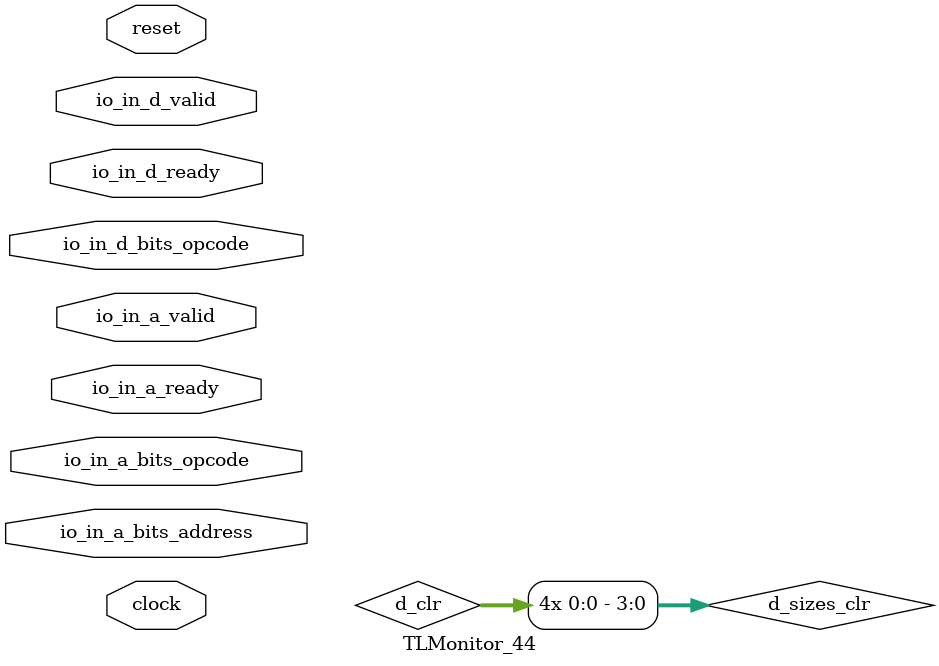
<source format=sv>

`ifndef STOP_COND_
  `ifdef STOP_COND
    `define STOP_COND_ (`STOP_COND)
  `else  // STOP_COND
    `define STOP_COND_ 1
  `endif // STOP_COND
`endif // not def STOP_COND_

// Users can define 'ASSERT_VERBOSE_COND' to add an extra gate to assert error printing.
`ifndef ASSERT_VERBOSE_COND_
  `ifdef ASSERT_VERBOSE_COND
    `define ASSERT_VERBOSE_COND_ (`ASSERT_VERBOSE_COND)
  `else  // ASSERT_VERBOSE_COND
    `define ASSERT_VERBOSE_COND_ 1
  `endif // ASSERT_VERBOSE_COND
`endif // not def ASSERT_VERBOSE_COND_

// Include register initializers in init blocks unless synthesis is set
`ifndef RANDOMIZE
  `ifdef RANDOMIZE_REG_INIT
    `define RANDOMIZE
  `endif // RANDOMIZE_REG_INIT
`endif // not def RANDOMIZE
`ifndef SYNTHESIS
  `ifndef ENABLE_INITIAL_REG_
    `define ENABLE_INITIAL_REG_
  `endif // not def ENABLE_INITIAL_REG_
`endif // not def SYNTHESIS

// Standard header to adapt well known macros for register randomization.

// RANDOM may be set to an expression that produces a 32-bit random unsigned value.
`ifndef RANDOM
  `define RANDOM $random
`endif // not def RANDOM

// Users can define INIT_RANDOM as general code that gets injected into the
// initializer block for modules with registers.
`ifndef INIT_RANDOM
  `define INIT_RANDOM
`endif // not def INIT_RANDOM

// If using random initialization, you can also define RANDOMIZE_DELAY to
// customize the delay used, otherwise 0.002 is used.
`ifndef RANDOMIZE_DELAY
  `define RANDOMIZE_DELAY 0.002
`endif // not def RANDOMIZE_DELAY

// Define INIT_RANDOM_PROLOG_ for use in our modules below.
`ifndef INIT_RANDOM_PROLOG_
  `ifdef RANDOMIZE
    `ifdef VERILATOR
      `define INIT_RANDOM_PROLOG_ `INIT_RANDOM
    `else  // VERILATOR
      `define INIT_RANDOM_PROLOG_ `INIT_RANDOM #`RANDOMIZE_DELAY begin end
    `endif // VERILATOR
  `else  // RANDOMIZE
    `define INIT_RANDOM_PROLOG_
  `endif // RANDOMIZE
`endif // not def INIT_RANDOM_PROLOG_
module TLMonitor_44(	// @[generators/rocket-chip/src/main/scala/tilelink/Monitor.scala:36:7]
  input       clock,	// @[generators/rocket-chip/src/main/scala/tilelink/Monitor.scala:36:7]
  input       reset,	// @[generators/rocket-chip/src/main/scala/tilelink/Monitor.scala:36:7]
  input       io_in_a_ready,	// @[generators/rocket-chip/src/main/scala/tilelink/Monitor.scala:20:14]
  input       io_in_a_valid,	// @[generators/rocket-chip/src/main/scala/tilelink/Monitor.scala:20:14]
  input [2:0] io_in_a_bits_opcode,	// @[generators/rocket-chip/src/main/scala/tilelink/Monitor.scala:20:14]
  input [6:0] io_in_a_bits_address,	// @[generators/rocket-chip/src/main/scala/tilelink/Monitor.scala:20:14]
  input       io_in_d_ready,	// @[generators/rocket-chip/src/main/scala/tilelink/Monitor.scala:20:14]
  input       io_in_d_valid,	// @[generators/rocket-chip/src/main/scala/tilelink/Monitor.scala:20:14]
  input [2:0] io_in_d_bits_opcode	// @[generators/rocket-chip/src/main/scala/tilelink/Monitor.scala:20:14]
);

  wire [31:0] _plusarg_reader_1_out;	// @[generators/rocket-chip/src/main/scala/util/PlusArg.scala:80:11]
  wire [31:0] _plusarg_reader_out;	// @[generators/rocket-chip/src/main/scala/util/PlusArg.scala:80:11]
  wire        a_first_done = io_in_a_ready & io_in_a_valid;	// @[src/main/scala/chisel3/util/Decoupled.scala:51:35]
  reg         a_first_counter;	// @[generators/rocket-chip/src/main/scala/tilelink/Edges.scala:229:27]
  reg  [2:0]  opcode;	// @[generators/rocket-chip/src/main/scala/tilelink/Monitor.scala:387:22]
  reg  [6:0]  address;	// @[generators/rocket-chip/src/main/scala/tilelink/Monitor.scala:391:22]
  reg         d_first_counter;	// @[generators/rocket-chip/src/main/scala/tilelink/Edges.scala:229:27]
  reg  [2:0]  opcode_1;	// @[generators/rocket-chip/src/main/scala/tilelink/Monitor.scala:538:22]
  reg  [1:0]  inflight;	// @[generators/rocket-chip/src/main/scala/tilelink/Monitor.scala:614:27]
  reg  [3:0]  inflight_opcodes;	// @[generators/rocket-chip/src/main/scala/tilelink/Monitor.scala:616:35]
  reg  [3:0]  inflight_sizes;	// @[generators/rocket-chip/src/main/scala/tilelink/Monitor.scala:618:33]
  reg         a_first_counter_1;	// @[generators/rocket-chip/src/main/scala/tilelink/Edges.scala:229:27]
  reg         d_first_counter_1;	// @[generators/rocket-chip/src/main/scala/tilelink/Edges.scala:229:27]
  wire        a_set = a_first_done & ~a_first_counter_1;	// @[generators/rocket-chip/src/main/scala/tilelink/Edges.scala:229:27, :231:25, generators/rocket-chip/src/main/scala/tilelink/Monitor.scala:655:25, src/main/scala/chisel3/util/Decoupled.scala:51:35]
  wire        d_release_ack = io_in_d_bits_opcode == 3'h6;	// @[generators/rocket-chip/src/main/scala/tilelink/Monitor.scala:673:46]
  wire        _GEN = io_in_d_bits_opcode != 3'h6;	// @[generators/rocket-chip/src/main/scala/tilelink/Monitor.scala:673:46, :674:74]
  reg  [31:0] watchdog;	// @[generators/rocket-chip/src/main/scala/tilelink/Monitor.scala:709:27]
  reg  [1:0]  inflight_1;	// @[generators/rocket-chip/src/main/scala/tilelink/Monitor.scala:726:35]
  reg  [3:0]  inflight_sizes_1;	// @[generators/rocket-chip/src/main/scala/tilelink/Monitor.scala:728:35]
  reg         d_first_counter_2;	// @[generators/rocket-chip/src/main/scala/tilelink/Edges.scala:229:27]
  reg  [31:0] watchdog_1;	// @[generators/rocket-chip/src/main/scala/tilelink/Monitor.scala:818:27]
  `ifndef SYNTHESIS	// @[generators/rocket-chip/src/main/scala/tilelink/Monitor.scala:45:11]
    wire [7:0][2:0] _GEN_0 = '{3'h4, 3'h5, 3'h2, 3'h1, 3'h1, 3'h1, 3'h0, 3'h0};
    wire [7:0][2:0] _GEN_1 = '{3'h4, 3'h4, 3'h2, 3'h1, 3'h1, 3'h1, 3'h0, 3'h0};
    wire            _GEN_2 = io_in_a_valid & io_in_a_bits_opcode == 3'h6 & ~reset;	// @[generators/rocket-chip/src/main/scala/tilelink/Monitor.scala:45:11, :84:{25,54}]
    wire            _GEN_3 = io_in_a_valid & (&io_in_a_bits_opcode) & ~reset;	// @[generators/rocket-chip/src/main/scala/tilelink/Monitor.scala:45:11, :95:{25,53}]
    wire            _GEN_4 = {io_in_a_bits_address[6:4] ^ 3'h4, io_in_a_bits_address[2]} == 4'h0 | io_in_a_bits_address[6:3] == 4'hA;	// @[generators/rocket-chip/src/main/scala/diplomacy/Parameters.scala:137:{31,41,46,59}, generators/rocket-chip/src/main/scala/tilelink/Monitor.scala:20:14, :36:7, generators/rocket-chip/src/main/scala/tilelink/Parameters.scala:685:42]
    wire            _GEN_5 = io_in_a_valid & io_in_a_bits_opcode == 3'h4 & ~reset;	// @[generators/rocket-chip/src/main/scala/tilelink/Monitor.scala:36:7, :45:11, :107:{25,45}]
    wire            _GEN_6 = io_in_a_valid & io_in_a_bits_opcode == 3'h0 & ~reset;	// @[generators/rocket-chip/src/main/scala/tilelink/Monitor.scala:36:7, :45:11, :117:{25,53}]
    wire            _GEN_7 = io_in_a_valid & io_in_a_bits_opcode == 3'h1 & ~reset;	// @[generators/rocket-chip/src/main/scala/tilelink/Monitor.scala:36:7, :45:11, :125:{25,56}]
    wire            _GEN_8 = io_in_a_valid & io_in_a_bits_opcode == 3'h2 & ~reset;	// @[generators/rocket-chip/src/main/scala/tilelink/Monitor.scala:45:11, :133:{25,56}]
    wire            _GEN_9 = io_in_a_valid & io_in_a_bits_opcode == 3'h3 & ~reset;	// @[generators/rocket-chip/src/main/scala/tilelink/Monitor.scala:45:11, :141:{25,53}]
    wire            _GEN_10 = io_in_a_valid & io_in_a_bits_opcode == 3'h5 & ~reset;	// @[generators/rocket-chip/src/main/scala/tilelink/Monitor.scala:45:11, :149:{25,46}]
    wire            _GEN_11 = io_in_a_valid & a_first_counter & ~reset;	// @[generators/rocket-chip/src/main/scala/tilelink/Edges.scala:229:27, generators/rocket-chip/src/main/scala/tilelink/Monitor.scala:45:11, :392:19]
    wire            _same_cycle_resp_T_1 = io_in_a_valid & ~a_first_counter_1;	// @[generators/rocket-chip/src/main/scala/tilelink/Edges.scala:229:27, :231:25, generators/rocket-chip/src/main/scala/tilelink/Monitor.scala:651:26]
    wire            _GEN_12 = io_in_d_valid & ~d_first_counter_1;	// @[generators/rocket-chip/src/main/scala/tilelink/Edges.scala:229:27, :231:25, generators/rocket-chip/src/main/scala/tilelink/Monitor.scala:674:26]
    wire            _GEN_13 = _GEN_12 & _GEN;	// @[generators/rocket-chip/src/main/scala/tilelink/Monitor.scala:673:46, :674:{26,74}, :683:71]
    wire            _GEN_14 = _GEN_13 & ~_same_cycle_resp_T_1 & ~reset;	// @[generators/rocket-chip/src/main/scala/tilelink/Monitor.scala:45:11, :52:11, :651:26, :683:71, :687:30]
    wire            _GEN_15 = io_in_d_valid & ~d_first_counter_2 & d_release_ack & ~reset;	// @[generators/rocket-chip/src/main/scala/tilelink/Edges.scala:229:27, :231:25, generators/rocket-chip/src/main/scala/tilelink/Monitor.scala:45:11, :52:11, :673:46, :784:26, :794:71]
    always @(posedge clock) begin	// @[generators/rocket-chip/src/main/scala/tilelink/Monitor.scala:45:11]
      if (_GEN_2) begin	// @[generators/rocket-chip/src/main/scala/tilelink/Monitor.scala:45:11, :84:54]
        if (`ASSERT_VERBOSE_COND_)	// @[generators/rocket-chip/src/main/scala/tilelink/Monitor.scala:45:11]
          $error("Assertion failed: 'A' channel carries AcquireBlock type which is unexpected using diplomatic parameters (connected at generators/rocket-chip/src/main/scala/devices/debug/Debug.scala:706:19)\n    at Monitor.scala:45 assert(cond, message)\n");	// @[generators/rocket-chip/src/main/scala/tilelink/Monitor.scala:45:11]
        if (`STOP_COND_)	// @[generators/rocket-chip/src/main/scala/tilelink/Monitor.scala:45:11]
          $fatal;	// @[generators/rocket-chip/src/main/scala/tilelink/Monitor.scala:45:11]
        if (`ASSERT_VERBOSE_COND_)	// @[generators/rocket-chip/src/main/scala/tilelink/Monitor.scala:45:11]
          $error("Assertion failed: 'A' channel carries AcquireBlock from a client which does not support Probe (connected at generators/rocket-chip/src/main/scala/devices/debug/Debug.scala:706:19)\n    at Monitor.scala:45 assert(cond, message)\n");	// @[generators/rocket-chip/src/main/scala/tilelink/Monitor.scala:45:11]
        if (`STOP_COND_)	// @[generators/rocket-chip/src/main/scala/tilelink/Monitor.scala:45:11]
          $fatal;	// @[generators/rocket-chip/src/main/scala/tilelink/Monitor.scala:45:11]
      end
      if (_GEN_2 & (|(io_in_a_bits_address[1:0]))) begin	// @[generators/rocket-chip/src/main/scala/tilelink/Edges.scala:21:{16,24}, generators/rocket-chip/src/main/scala/tilelink/Monitor.scala:45:11, :84:54]
        if (`ASSERT_VERBOSE_COND_)	// @[generators/rocket-chip/src/main/scala/tilelink/Monitor.scala:45:11]
          $error("Assertion failed: 'A' channel AcquireBlock address not aligned to size (connected at generators/rocket-chip/src/main/scala/devices/debug/Debug.scala:706:19)\n    at Monitor.scala:45 assert(cond, message)\n");	// @[generators/rocket-chip/src/main/scala/tilelink/Monitor.scala:45:11]
        if (`STOP_COND_)	// @[generators/rocket-chip/src/main/scala/tilelink/Monitor.scala:45:11]
          $fatal;	// @[generators/rocket-chip/src/main/scala/tilelink/Monitor.scala:45:11]
      end
      if (_GEN_3) begin	// @[generators/rocket-chip/src/main/scala/tilelink/Monitor.scala:45:11, :95:53]
        if (`ASSERT_VERBOSE_COND_)	// @[generators/rocket-chip/src/main/scala/tilelink/Monitor.scala:45:11]
          $error("Assertion failed: 'A' channel carries AcquirePerm type which is unexpected using diplomatic parameters (connected at generators/rocket-chip/src/main/scala/devices/debug/Debug.scala:706:19)\n    at Monitor.scala:45 assert(cond, message)\n");	// @[generators/rocket-chip/src/main/scala/tilelink/Monitor.scala:45:11]
        if (`STOP_COND_)	// @[generators/rocket-chip/src/main/scala/tilelink/Monitor.scala:45:11]
          $fatal;	// @[generators/rocket-chip/src/main/scala/tilelink/Monitor.scala:45:11]
        if (`ASSERT_VERBOSE_COND_)	// @[generators/rocket-chip/src/main/scala/tilelink/Monitor.scala:45:11]
          $error("Assertion failed: 'A' channel carries AcquirePerm from a client which does not support Probe (connected at generators/rocket-chip/src/main/scala/devices/debug/Debug.scala:706:19)\n    at Monitor.scala:45 assert(cond, message)\n");	// @[generators/rocket-chip/src/main/scala/tilelink/Monitor.scala:45:11]
        if (`STOP_COND_)	// @[generators/rocket-chip/src/main/scala/tilelink/Monitor.scala:45:11]
          $fatal;	// @[generators/rocket-chip/src/main/scala/tilelink/Monitor.scala:45:11]
      end
      if (_GEN_3 & (|(io_in_a_bits_address[1:0]))) begin	// @[generators/rocket-chip/src/main/scala/tilelink/Edges.scala:21:{16,24}, generators/rocket-chip/src/main/scala/tilelink/Monitor.scala:45:11, :95:53]
        if (`ASSERT_VERBOSE_COND_)	// @[generators/rocket-chip/src/main/scala/tilelink/Monitor.scala:45:11]
          $error("Assertion failed: 'A' channel AcquirePerm address not aligned to size (connected at generators/rocket-chip/src/main/scala/devices/debug/Debug.scala:706:19)\n    at Monitor.scala:45 assert(cond, message)\n");	// @[generators/rocket-chip/src/main/scala/tilelink/Monitor.scala:45:11]
        if (`STOP_COND_)	// @[generators/rocket-chip/src/main/scala/tilelink/Monitor.scala:45:11]
          $fatal;	// @[generators/rocket-chip/src/main/scala/tilelink/Monitor.scala:45:11]
      end
      if (_GEN_3) begin	// @[generators/rocket-chip/src/main/scala/tilelink/Monitor.scala:45:11, :95:53]
        if (`ASSERT_VERBOSE_COND_)	// @[generators/rocket-chip/src/main/scala/tilelink/Monitor.scala:45:11]
          $error("Assertion failed: 'A' channel AcquirePerm requests NtoB (connected at generators/rocket-chip/src/main/scala/devices/debug/Debug.scala:706:19)\n    at Monitor.scala:45 assert(cond, message)\n");	// @[generators/rocket-chip/src/main/scala/tilelink/Monitor.scala:45:11]
        if (`STOP_COND_)	// @[generators/rocket-chip/src/main/scala/tilelink/Monitor.scala:45:11]
          $fatal;	// @[generators/rocket-chip/src/main/scala/tilelink/Monitor.scala:45:11]
      end
      if (_GEN_5 & ~_GEN_4) begin	// @[generators/rocket-chip/src/main/scala/tilelink/Monitor.scala:45:11, :107:45, generators/rocket-chip/src/main/scala/tilelink/Parameters.scala:685:42]
        if (`ASSERT_VERBOSE_COND_)	// @[generators/rocket-chip/src/main/scala/tilelink/Monitor.scala:45:11]
          $error("Assertion failed: 'A' channel carries Get type which slave claims it can't support (connected at generators/rocket-chip/src/main/scala/devices/debug/Debug.scala:706:19)\n    at Monitor.scala:45 assert(cond, message)\n");	// @[generators/rocket-chip/src/main/scala/tilelink/Monitor.scala:45:11]
        if (`STOP_COND_)	// @[generators/rocket-chip/src/main/scala/tilelink/Monitor.scala:45:11]
          $fatal;	// @[generators/rocket-chip/src/main/scala/tilelink/Monitor.scala:45:11]
      end
      if (_GEN_5 & (|(io_in_a_bits_address[1:0]))) begin	// @[generators/rocket-chip/src/main/scala/tilelink/Edges.scala:21:{16,24}, generators/rocket-chip/src/main/scala/tilelink/Monitor.scala:45:11, :107:45]
        if (`ASSERT_VERBOSE_COND_)	// @[generators/rocket-chip/src/main/scala/tilelink/Monitor.scala:45:11]
          $error("Assertion failed: 'A' channel Get address not aligned to size (connected at generators/rocket-chip/src/main/scala/devices/debug/Debug.scala:706:19)\n    at Monitor.scala:45 assert(cond, message)\n");	// @[generators/rocket-chip/src/main/scala/tilelink/Monitor.scala:45:11]
        if (`STOP_COND_)	// @[generators/rocket-chip/src/main/scala/tilelink/Monitor.scala:45:11]
          $fatal;	// @[generators/rocket-chip/src/main/scala/tilelink/Monitor.scala:45:11]
      end
      if (_GEN_6 & ~_GEN_4) begin	// @[generators/rocket-chip/src/main/scala/tilelink/Monitor.scala:45:11, :117:53, generators/rocket-chip/src/main/scala/tilelink/Parameters.scala:685:42]
        if (`ASSERT_VERBOSE_COND_)	// @[generators/rocket-chip/src/main/scala/tilelink/Monitor.scala:45:11]
          $error("Assertion failed: 'A' channel carries PutFull type which is unexpected using diplomatic parameters (connected at generators/rocket-chip/src/main/scala/devices/debug/Debug.scala:706:19)\n    at Monitor.scala:45 assert(cond, message)\n");	// @[generators/rocket-chip/src/main/scala/tilelink/Monitor.scala:45:11]
        if (`STOP_COND_)	// @[generators/rocket-chip/src/main/scala/tilelink/Monitor.scala:45:11]
          $fatal;	// @[generators/rocket-chip/src/main/scala/tilelink/Monitor.scala:45:11]
      end
      if (_GEN_6 & (|(io_in_a_bits_address[1:0]))) begin	// @[generators/rocket-chip/src/main/scala/tilelink/Edges.scala:21:{16,24}, generators/rocket-chip/src/main/scala/tilelink/Monitor.scala:45:11, :117:53]
        if (`ASSERT_VERBOSE_COND_)	// @[generators/rocket-chip/src/main/scala/tilelink/Monitor.scala:45:11]
          $error("Assertion failed: 'A' channel PutFull address not aligned to size (connected at generators/rocket-chip/src/main/scala/devices/debug/Debug.scala:706:19)\n    at Monitor.scala:45 assert(cond, message)\n");	// @[generators/rocket-chip/src/main/scala/tilelink/Monitor.scala:45:11]
        if (`STOP_COND_)	// @[generators/rocket-chip/src/main/scala/tilelink/Monitor.scala:45:11]
          $fatal;	// @[generators/rocket-chip/src/main/scala/tilelink/Monitor.scala:45:11]
      end
      if (_GEN_7) begin	// @[generators/rocket-chip/src/main/scala/tilelink/Monitor.scala:45:11, :125:56]
        if (`ASSERT_VERBOSE_COND_)	// @[generators/rocket-chip/src/main/scala/tilelink/Monitor.scala:45:11]
          $error("Assertion failed: 'A' channel carries PutPartial type which is unexpected using diplomatic parameters (connected at generators/rocket-chip/src/main/scala/devices/debug/Debug.scala:706:19)\n    at Monitor.scala:45 assert(cond, message)\n");	// @[generators/rocket-chip/src/main/scala/tilelink/Monitor.scala:45:11]
        if (`STOP_COND_)	// @[generators/rocket-chip/src/main/scala/tilelink/Monitor.scala:45:11]
          $fatal;	// @[generators/rocket-chip/src/main/scala/tilelink/Monitor.scala:45:11]
      end
      if (_GEN_7 & (|(io_in_a_bits_address[1:0]))) begin	// @[generators/rocket-chip/src/main/scala/tilelink/Edges.scala:21:{16,24}, generators/rocket-chip/src/main/scala/tilelink/Monitor.scala:45:11, :125:56]
        if (`ASSERT_VERBOSE_COND_)	// @[generators/rocket-chip/src/main/scala/tilelink/Monitor.scala:45:11]
          $error("Assertion failed: 'A' channel PutPartial address not aligned to size (connected at generators/rocket-chip/src/main/scala/devices/debug/Debug.scala:706:19)\n    at Monitor.scala:45 assert(cond, message)\n");	// @[generators/rocket-chip/src/main/scala/tilelink/Monitor.scala:45:11]
        if (`STOP_COND_)	// @[generators/rocket-chip/src/main/scala/tilelink/Monitor.scala:45:11]
          $fatal;	// @[generators/rocket-chip/src/main/scala/tilelink/Monitor.scala:45:11]
      end
      if (_GEN_8) begin	// @[generators/rocket-chip/src/main/scala/tilelink/Monitor.scala:45:11, :133:56]
        if (`ASSERT_VERBOSE_COND_)	// @[generators/rocket-chip/src/main/scala/tilelink/Monitor.scala:45:11]
          $error("Assertion failed: 'A' channel carries Arithmetic type which is unexpected using diplomatic parameters (connected at generators/rocket-chip/src/main/scala/devices/debug/Debug.scala:706:19)\n    at Monitor.scala:45 assert(cond, message)\n");	// @[generators/rocket-chip/src/main/scala/tilelink/Monitor.scala:45:11]
        if (`STOP_COND_)	// @[generators/rocket-chip/src/main/scala/tilelink/Monitor.scala:45:11]
          $fatal;	// @[generators/rocket-chip/src/main/scala/tilelink/Monitor.scala:45:11]
      end
      if (_GEN_8 & (|(io_in_a_bits_address[1:0]))) begin	// @[generators/rocket-chip/src/main/scala/tilelink/Edges.scala:21:{16,24}, generators/rocket-chip/src/main/scala/tilelink/Monitor.scala:45:11, :133:56]
        if (`ASSERT_VERBOSE_COND_)	// @[generators/rocket-chip/src/main/scala/tilelink/Monitor.scala:45:11]
          $error("Assertion failed: 'A' channel Arithmetic address not aligned to size (connected at generators/rocket-chip/src/main/scala/devices/debug/Debug.scala:706:19)\n    at Monitor.scala:45 assert(cond, message)\n");	// @[generators/rocket-chip/src/main/scala/tilelink/Monitor.scala:45:11]
        if (`STOP_COND_)	// @[generators/rocket-chip/src/main/scala/tilelink/Monitor.scala:45:11]
          $fatal;	// @[generators/rocket-chip/src/main/scala/tilelink/Monitor.scala:45:11]
      end
      if (_GEN_9) begin	// @[generators/rocket-chip/src/main/scala/tilelink/Monitor.scala:45:11, :141:53]
        if (`ASSERT_VERBOSE_COND_)	// @[generators/rocket-chip/src/main/scala/tilelink/Monitor.scala:45:11]
          $error("Assertion failed: 'A' channel carries Logical type which is unexpected using diplomatic parameters (connected at generators/rocket-chip/src/main/scala/devices/debug/Debug.scala:706:19)\n    at Monitor.scala:45 assert(cond, message)\n");	// @[generators/rocket-chip/src/main/scala/tilelink/Monitor.scala:45:11]
        if (`STOP_COND_)	// @[generators/rocket-chip/src/main/scala/tilelink/Monitor.scala:45:11]
          $fatal;	// @[generators/rocket-chip/src/main/scala/tilelink/Monitor.scala:45:11]
      end
      if (_GEN_9 & (|(io_in_a_bits_address[1:0]))) begin	// @[generators/rocket-chip/src/main/scala/tilelink/Edges.scala:21:{16,24}, generators/rocket-chip/src/main/scala/tilelink/Monitor.scala:45:11, :141:53]
        if (`ASSERT_VERBOSE_COND_)	// @[generators/rocket-chip/src/main/scala/tilelink/Monitor.scala:45:11]
          $error("Assertion failed: 'A' channel Logical address not aligned to size (connected at generators/rocket-chip/src/main/scala/devices/debug/Debug.scala:706:19)\n    at Monitor.scala:45 assert(cond, message)\n");	// @[generators/rocket-chip/src/main/scala/tilelink/Monitor.scala:45:11]
        if (`STOP_COND_)	// @[generators/rocket-chip/src/main/scala/tilelink/Monitor.scala:45:11]
          $fatal;	// @[generators/rocket-chip/src/main/scala/tilelink/Monitor.scala:45:11]
      end
      if (_GEN_10) begin	// @[generators/rocket-chip/src/main/scala/tilelink/Monitor.scala:45:11, :149:46]
        if (`ASSERT_VERBOSE_COND_)	// @[generators/rocket-chip/src/main/scala/tilelink/Monitor.scala:45:11]
          $error("Assertion failed: 'A' channel carries Hint type which is unexpected using diplomatic parameters (connected at generators/rocket-chip/src/main/scala/devices/debug/Debug.scala:706:19)\n    at Monitor.scala:45 assert(cond, message)\n");	// @[generators/rocket-chip/src/main/scala/tilelink/Monitor.scala:45:11]
        if (`STOP_COND_)	// @[generators/rocket-chip/src/main/scala/tilelink/Monitor.scala:45:11]
          $fatal;	// @[generators/rocket-chip/src/main/scala/tilelink/Monitor.scala:45:11]
      end
      if (_GEN_10 & (|(io_in_a_bits_address[1:0]))) begin	// @[generators/rocket-chip/src/main/scala/tilelink/Edges.scala:21:{16,24}, generators/rocket-chip/src/main/scala/tilelink/Monitor.scala:45:11, :149:46]
        if (`ASSERT_VERBOSE_COND_)	// @[generators/rocket-chip/src/main/scala/tilelink/Monitor.scala:45:11]
          $error("Assertion failed: 'A' channel Hint address not aligned to size (connected at generators/rocket-chip/src/main/scala/devices/debug/Debug.scala:706:19)\n    at Monitor.scala:45 assert(cond, message)\n");	// @[generators/rocket-chip/src/main/scala/tilelink/Monitor.scala:45:11]
        if (`STOP_COND_)	// @[generators/rocket-chip/src/main/scala/tilelink/Monitor.scala:45:11]
          $fatal;	// @[generators/rocket-chip/src/main/scala/tilelink/Monitor.scala:45:11]
      end
      if (io_in_d_valid & ~reset & (&io_in_d_bits_opcode)) begin	// @[generators/rocket-chip/src/main/scala/tilelink/Bundles.scala:45:24, generators/rocket-chip/src/main/scala/tilelink/Monitor.scala:45:11, :52:11]
        if (`ASSERT_VERBOSE_COND_)	// @[generators/rocket-chip/src/main/scala/tilelink/Monitor.scala:52:11]
          $error("Assertion failed: 'D' channel has invalid opcode (connected at generators/rocket-chip/src/main/scala/devices/debug/Debug.scala:706:19)\n    at Monitor.scala:52 assert(cond, message)\n");	// @[generators/rocket-chip/src/main/scala/tilelink/Monitor.scala:52:11]
        if (`STOP_COND_)	// @[generators/rocket-chip/src/main/scala/tilelink/Monitor.scala:52:11]
          $fatal;	// @[generators/rocket-chip/src/main/scala/tilelink/Monitor.scala:52:11]
      end
      if (io_in_d_valid & io_in_d_bits_opcode == 3'h4 & ~reset) begin	// @[generators/rocket-chip/src/main/scala/tilelink/Monitor.scala:36:7, :45:11, :52:11, :321:{25,47}]
        if (`ASSERT_VERBOSE_COND_)	// @[generators/rocket-chip/src/main/scala/tilelink/Monitor.scala:52:11]
          $error("Assertion failed: 'D' channel Grant carries invalid sink ID (connected at generators/rocket-chip/src/main/scala/devices/debug/Debug.scala:706:19)\n    at Monitor.scala:52 assert(cond, message)\n");	// @[generators/rocket-chip/src/main/scala/tilelink/Monitor.scala:52:11]
        if (`STOP_COND_)	// @[generators/rocket-chip/src/main/scala/tilelink/Monitor.scala:52:11]
          $fatal;	// @[generators/rocket-chip/src/main/scala/tilelink/Monitor.scala:52:11]
      end
      if (io_in_d_valid & io_in_d_bits_opcode == 3'h5 & ~reset) begin	// @[generators/rocket-chip/src/main/scala/tilelink/Monitor.scala:45:11, :52:11, :331:{25,51}]
        if (`ASSERT_VERBOSE_COND_)	// @[generators/rocket-chip/src/main/scala/tilelink/Monitor.scala:52:11]
          $error("Assertion failed: 'D' channel GrantData carries invalid sink ID (connected at generators/rocket-chip/src/main/scala/devices/debug/Debug.scala:706:19)\n    at Monitor.scala:52 assert(cond, message)\n");	// @[generators/rocket-chip/src/main/scala/tilelink/Monitor.scala:52:11]
        if (`STOP_COND_)	// @[generators/rocket-chip/src/main/scala/tilelink/Monitor.scala:52:11]
          $fatal;	// @[generators/rocket-chip/src/main/scala/tilelink/Monitor.scala:52:11]
      end
      if (_GEN_11 & io_in_a_bits_opcode != opcode) begin	// @[generators/rocket-chip/src/main/scala/tilelink/Monitor.scala:45:11, :387:22, :392:19, :393:32]
        if (`ASSERT_VERBOSE_COND_)	// @[generators/rocket-chip/src/main/scala/tilelink/Monitor.scala:45:11]
          $error("Assertion failed: 'A' channel opcode changed within multibeat operation (connected at generators/rocket-chip/src/main/scala/devices/debug/Debug.scala:706:19)\n    at Monitor.scala:45 assert(cond, message)\n");	// @[generators/rocket-chip/src/main/scala/tilelink/Monitor.scala:45:11]
        if (`STOP_COND_)	// @[generators/rocket-chip/src/main/scala/tilelink/Monitor.scala:45:11]
          $fatal;	// @[generators/rocket-chip/src/main/scala/tilelink/Monitor.scala:45:11]
      end
      if (_GEN_11 & io_in_a_bits_address != address) begin	// @[generators/rocket-chip/src/main/scala/tilelink/Monitor.scala:45:11, :391:22, :392:19, :397:32]
        if (`ASSERT_VERBOSE_COND_)	// @[generators/rocket-chip/src/main/scala/tilelink/Monitor.scala:45:11]
          $error("Assertion failed: 'A' channel address changed with multibeat operation (connected at generators/rocket-chip/src/main/scala/devices/debug/Debug.scala:706:19)\n    at Monitor.scala:45 assert(cond, message)\n");	// @[generators/rocket-chip/src/main/scala/tilelink/Monitor.scala:45:11]
        if (`STOP_COND_)	// @[generators/rocket-chip/src/main/scala/tilelink/Monitor.scala:45:11]
          $fatal;	// @[generators/rocket-chip/src/main/scala/tilelink/Monitor.scala:45:11]
      end
      if (io_in_d_valid & d_first_counter & ~reset & io_in_d_bits_opcode != opcode_1) begin	// @[generators/rocket-chip/src/main/scala/tilelink/Edges.scala:229:27, generators/rocket-chip/src/main/scala/tilelink/Monitor.scala:45:11, :52:11, :538:22, :544:19, :545:29]
        if (`ASSERT_VERBOSE_COND_)	// @[generators/rocket-chip/src/main/scala/tilelink/Monitor.scala:52:11]
          $error("Assertion failed: 'D' channel opcode changed within multibeat operation (connected at generators/rocket-chip/src/main/scala/devices/debug/Debug.scala:706:19)\n    at Monitor.scala:52 assert(cond, message)\n");	// @[generators/rocket-chip/src/main/scala/tilelink/Monitor.scala:52:11]
        if (`STOP_COND_)	// @[generators/rocket-chip/src/main/scala/tilelink/Monitor.scala:52:11]
          $fatal;	// @[generators/rocket-chip/src/main/scala/tilelink/Monitor.scala:52:11]
      end
      if (a_set & ~reset & inflight[0]) begin	// @[generators/rocket-chip/src/main/scala/tilelink/Monitor.scala:45:11, :614:27, :655:25, :661:26]
        if (`ASSERT_VERBOSE_COND_)	// @[generators/rocket-chip/src/main/scala/tilelink/Monitor.scala:45:11]
          $error("Assertion failed: 'A' channel re-used a source ID (connected at generators/rocket-chip/src/main/scala/devices/debug/Debug.scala:706:19)\n    at Monitor.scala:45 assert(cond, message)\n");	// @[generators/rocket-chip/src/main/scala/tilelink/Monitor.scala:45:11]
        if (`STOP_COND_)	// @[generators/rocket-chip/src/main/scala/tilelink/Monitor.scala:45:11]
          $fatal;	// @[generators/rocket-chip/src/main/scala/tilelink/Monitor.scala:45:11]
      end
      if (_GEN_13 & ~reset & ~(inflight[0] | _same_cycle_resp_T_1)) begin	// @[generators/rocket-chip/src/main/scala/tilelink/Monitor.scala:45:11, :52:11, :614:27, :651:26, :661:26, :683:71, :685:49]
        if (`ASSERT_VERBOSE_COND_)	// @[generators/rocket-chip/src/main/scala/tilelink/Monitor.scala:52:11]
          $error("Assertion failed: 'D' channel acknowledged for nothing inflight (connected at generators/rocket-chip/src/main/scala/devices/debug/Debug.scala:706:19)\n    at Monitor.scala:52 assert(cond, message)\n");	// @[generators/rocket-chip/src/main/scala/tilelink/Monitor.scala:52:11]
        if (`STOP_COND_)	// @[generators/rocket-chip/src/main/scala/tilelink/Monitor.scala:52:11]
          $fatal;	// @[generators/rocket-chip/src/main/scala/tilelink/Monitor.scala:52:11]
      end
      if (_GEN_13 & _same_cycle_resp_T_1 & ~reset & ~(io_in_d_bits_opcode == _GEN_1[io_in_a_bits_opcode] | io_in_d_bits_opcode == _GEN_0[io_in_a_bits_opcode])) begin	// @[generators/rocket-chip/src/main/scala/tilelink/Monitor.scala:45:11, :52:11, :651:26, :683:71, :687:30, :688:{38,77}, :689:39]
        if (`ASSERT_VERBOSE_COND_)	// @[generators/rocket-chip/src/main/scala/tilelink/Monitor.scala:52:11]
          $error("Assertion failed: 'D' channel contains improper opcode response (connected at generators/rocket-chip/src/main/scala/devices/debug/Debug.scala:706:19)\n    at Monitor.scala:52 assert(cond, message)\n");	// @[generators/rocket-chip/src/main/scala/tilelink/Monitor.scala:52:11]
        if (`STOP_COND_)	// @[generators/rocket-chip/src/main/scala/tilelink/Monitor.scala:52:11]
          $fatal;	// @[generators/rocket-chip/src/main/scala/tilelink/Monitor.scala:52:11]
      end
      if (_GEN_14 & ~(io_in_d_bits_opcode == _GEN_1[inflight_opcodes[3:1]] | io_in_d_bits_opcode == _GEN_0[inflight_opcodes[3:1]])) begin	// @[generators/rocket-chip/src/main/scala/tilelink/Monitor.scala:52:11, :616:35, :637:152, :687:30, :692:{38,72}, :693:38]
        if (`ASSERT_VERBOSE_COND_)	// @[generators/rocket-chip/src/main/scala/tilelink/Monitor.scala:52:11]
          $error("Assertion failed: 'D' channel contains improper opcode response (connected at generators/rocket-chip/src/main/scala/devices/debug/Debug.scala:706:19)\n    at Monitor.scala:52 assert(cond, message)\n");	// @[generators/rocket-chip/src/main/scala/tilelink/Monitor.scala:52:11]
        if (`STOP_COND_)	// @[generators/rocket-chip/src/main/scala/tilelink/Monitor.scala:52:11]
          $fatal;	// @[generators/rocket-chip/src/main/scala/tilelink/Monitor.scala:52:11]
      end
      if (_GEN_14 & inflight_sizes[3:1] != 3'h2) begin	// @[generators/rocket-chip/src/main/scala/tilelink/Monitor.scala:52:11, :618:33, :641:144, :687:30, :694:36]
        if (`ASSERT_VERBOSE_COND_)	// @[generators/rocket-chip/src/main/scala/tilelink/Monitor.scala:52:11]
          $error("Assertion failed: 'D' channel contains improper response size (connected at generators/rocket-chip/src/main/scala/devices/debug/Debug.scala:706:19)\n    at Monitor.scala:52 assert(cond, message)\n");	// @[generators/rocket-chip/src/main/scala/tilelink/Monitor.scala:52:11]
        if (`STOP_COND_)	// @[generators/rocket-chip/src/main/scala/tilelink/Monitor.scala:52:11]
          $fatal;	// @[generators/rocket-chip/src/main/scala/tilelink/Monitor.scala:52:11]
      end
      if (_GEN_12 & ~a_first_counter_1 & io_in_a_valid & _GEN & ~reset & ~(~io_in_d_ready | io_in_a_ready)) begin	// @[generators/rocket-chip/src/main/scala/tilelink/Edges.scala:229:27, :231:25, generators/rocket-chip/src/main/scala/tilelink/Monitor.scala:45:11, :52:11, :673:46, :674:{26,74}, :697:{36,47,116}, :698:{15,32}]
        if (`ASSERT_VERBOSE_COND_)	// @[generators/rocket-chip/src/main/scala/tilelink/Monitor.scala:52:11]
          $error("Assertion failed: ready check\n    at Monitor.scala:52 assert(cond, message)\n");	// @[generators/rocket-chip/src/main/scala/tilelink/Monitor.scala:52:11]
        if (`STOP_COND_)	// @[generators/rocket-chip/src/main/scala/tilelink/Monitor.scala:52:11]
          $fatal;	// @[generators/rocket-chip/src/main/scala/tilelink/Monitor.scala:52:11]
      end
      if (~reset & ~(inflight == 2'h0 | _plusarg_reader_out == 32'h0 | watchdog < _plusarg_reader_out)) begin	// @[generators/rocket-chip/src/main/scala/tilelink/Monitor.scala:36:7, :45:11, :614:27, :709:27, :712:{26,30,39,47,59}, generators/rocket-chip/src/main/scala/util/PlusArg.scala:80:11]
        if (`ASSERT_VERBOSE_COND_)	// @[generators/rocket-chip/src/main/scala/tilelink/Monitor.scala:45:11]
          $error("Assertion failed: TileLink timeout expired (connected at generators/rocket-chip/src/main/scala/devices/debug/Debug.scala:706:19)\n    at Monitor.scala:45 assert(cond, message)\n");	// @[generators/rocket-chip/src/main/scala/tilelink/Monitor.scala:45:11]
        if (`STOP_COND_)	// @[generators/rocket-chip/src/main/scala/tilelink/Monitor.scala:45:11]
          $fatal;	// @[generators/rocket-chip/src/main/scala/tilelink/Monitor.scala:45:11]
      end
      if (_GEN_15 & ~(inflight_1[0])) begin	// @[generators/rocket-chip/src/main/scala/tilelink/Monitor.scala:52:11, :726:35, :784:26, :794:71, :796:25]
        if (`ASSERT_VERBOSE_COND_)	// @[generators/rocket-chip/src/main/scala/tilelink/Monitor.scala:52:11]
          $error("Assertion failed: 'D' channel acknowledged for nothing inflight (connected at generators/rocket-chip/src/main/scala/devices/debug/Debug.scala:706:19)\n    at Monitor.scala:52 assert(cond, message)\n");	// @[generators/rocket-chip/src/main/scala/tilelink/Monitor.scala:52:11]
        if (`STOP_COND_)	// @[generators/rocket-chip/src/main/scala/tilelink/Monitor.scala:52:11]
          $fatal;	// @[generators/rocket-chip/src/main/scala/tilelink/Monitor.scala:52:11]
      end
      if (_GEN_15 & inflight_sizes_1[3:1] != 3'h2) begin	// @[generators/rocket-chip/src/main/scala/tilelink/Monitor.scala:52:11, :728:35, :750:146, :784:26, :794:71, :800:36]
        if (`ASSERT_VERBOSE_COND_)	// @[generators/rocket-chip/src/main/scala/tilelink/Monitor.scala:52:11]
          $error("Assertion failed: 'D' channel contains improper response size (connected at generators/rocket-chip/src/main/scala/devices/debug/Debug.scala:706:19)\n    at Monitor.scala:52 assert(cond, message)\n");	// @[generators/rocket-chip/src/main/scala/tilelink/Monitor.scala:52:11]
        if (`STOP_COND_)	// @[generators/rocket-chip/src/main/scala/tilelink/Monitor.scala:52:11]
          $fatal;	// @[generators/rocket-chip/src/main/scala/tilelink/Monitor.scala:52:11]
      end
      if (~reset & ~(inflight_1 == 2'h0 | _plusarg_reader_1_out == 32'h0 | watchdog_1 < _plusarg_reader_1_out)) begin	// @[generators/rocket-chip/src/main/scala/tilelink/Monitor.scala:36:7, :45:11, :726:35, :818:27, :821:{26,30,39,47,59}, generators/rocket-chip/src/main/scala/util/PlusArg.scala:80:11]
        if (`ASSERT_VERBOSE_COND_)	// @[generators/rocket-chip/src/main/scala/tilelink/Monitor.scala:45:11]
          $error("Assertion failed: TileLink timeout expired (connected at generators/rocket-chip/src/main/scala/devices/debug/Debug.scala:706:19)\n    at Monitor.scala:45 assert(cond, message)\n");	// @[generators/rocket-chip/src/main/scala/tilelink/Monitor.scala:45:11]
        if (`STOP_COND_)	// @[generators/rocket-chip/src/main/scala/tilelink/Monitor.scala:45:11]
          $fatal;	// @[generators/rocket-chip/src/main/scala/tilelink/Monitor.scala:45:11]
      end
    end // always @(posedge)
  `endif // not def SYNTHESIS
  wire        d_first_done = io_in_d_ready & io_in_d_valid;	// @[src/main/scala/chisel3/util/Decoupled.scala:51:35]
  wire        d_clr = d_first_done & ~d_first_counter_1 & _GEN;	// @[generators/rocket-chip/src/main/scala/tilelink/Edges.scala:229:27, :231:25, generators/rocket-chip/src/main/scala/tilelink/Monitor.scala:673:46, :674:74, :678:{25,70}, src/main/scala/chisel3/util/Decoupled.scala:51:35]
  wire [3:0]  d_sizes_clr = {4{d_clr}};	// @[generators/rocket-chip/src/main/scala/tilelink/Monitor.scala:668:33, :678:{25,70,89}, :680:21]
  wire        d_clr_1 = d_first_done & ~d_first_counter_2 & d_release_ack;	// @[generators/rocket-chip/src/main/scala/tilelink/Edges.scala:229:27, :231:25, generators/rocket-chip/src/main/scala/tilelink/Monitor.scala:673:46, :788:{25,70}, src/main/scala/chisel3/util/Decoupled.scala:51:35]
  always @(posedge clock) begin	// @[generators/rocket-chip/src/main/scala/tilelink/Monitor.scala:36:7]
    if (reset) begin	// @[generators/rocket-chip/src/main/scala/tilelink/Monitor.scala:36:7]
      a_first_counter <= 1'h0;	// @[generators/rocket-chip/src/main/scala/tilelink/Edges.scala:229:27]
      d_first_counter <= 1'h0;	// @[generators/rocket-chip/src/main/scala/tilelink/Edges.scala:229:27]
      inflight <= 2'h0;	// @[generators/rocket-chip/src/main/scala/tilelink/Monitor.scala:36:7, :614:27]
      inflight_opcodes <= 4'h0;	// @[generators/rocket-chip/src/main/scala/tilelink/Monitor.scala:616:35]
      inflight_sizes <= 4'h0;	// @[generators/rocket-chip/src/main/scala/tilelink/Monitor.scala:618:33]
      a_first_counter_1 <= 1'h0;	// @[generators/rocket-chip/src/main/scala/tilelink/Edges.scala:229:27]
      d_first_counter_1 <= 1'h0;	// @[generators/rocket-chip/src/main/scala/tilelink/Edges.scala:229:27]
      watchdog <= 32'h0;	// @[generators/rocket-chip/src/main/scala/tilelink/Monitor.scala:709:27]
      inflight_1 <= 2'h0;	// @[generators/rocket-chip/src/main/scala/tilelink/Monitor.scala:36:7, :726:35]
      inflight_sizes_1 <= 4'h0;	// @[generators/rocket-chip/src/main/scala/tilelink/Monitor.scala:728:35]
      d_first_counter_2 <= 1'h0;	// @[generators/rocket-chip/src/main/scala/tilelink/Edges.scala:229:27]
      watchdog_1 <= 32'h0;	// @[generators/rocket-chip/src/main/scala/tilelink/Monitor.scala:818:27]
    end
    else begin	// @[generators/rocket-chip/src/main/scala/tilelink/Monitor.scala:36:7]
      a_first_counter <= (~a_first_done | a_first_counter - 1'h1) & a_first_counter;	// @[generators/rocket-chip/src/main/scala/tilelink/Edges.scala:229:27, :230:28, :235:17, :236:15, src/main/scala/chisel3/util/Decoupled.scala:51:35]
      d_first_counter <= (~d_first_done | d_first_counter - 1'h1) & d_first_counter;	// @[generators/rocket-chip/src/main/scala/tilelink/Edges.scala:229:27, :230:28, :235:17, :236:15, src/main/scala/chisel3/util/Decoupled.scala:51:35]
      inflight <= {1'h0, (inflight[0] | a_set) & ~d_clr};	// @[generators/rocket-chip/src/main/scala/tilelink/Monitor.scala:614:27, :655:25, :661:26, :678:{25,70}, :705:{27,36,38}]
      inflight_opcodes <= (inflight_opcodes | (a_set ? {io_in_a_bits_opcode, 1'h1} : 4'h0)) & ~d_sizes_clr;	// @[generators/rocket-chip/src/main/scala/tilelink/Monitor.scala:616:35, :630:33, :655:{25,70}, :657:61, :659:28, :668:33, :678:89, :680:21, :706:{43,60,62}]
      inflight_sizes <= (inflight_sizes | (a_set ? {1'h0, a_set ? 3'h5 : 3'h0} : 4'h0)) & ~d_sizes_clr;	// @[generators/rocket-chip/src/main/scala/tilelink/Monitor.scala:36:7, :618:33, :632:31, :648:38, :655:{25,70}, :658:28, :660:28, :668:33, :678:89, :680:21, :707:{39,54,56}]
      a_first_counter_1 <= (~a_first_done | a_first_counter_1 - 1'h1) & a_first_counter_1;	// @[generators/rocket-chip/src/main/scala/tilelink/Edges.scala:229:27, :230:28, :235:17, :236:15, src/main/scala/chisel3/util/Decoupled.scala:51:35]
      d_first_counter_1 <= (~d_first_done | d_first_counter_1 - 1'h1) & d_first_counter_1;	// @[generators/rocket-chip/src/main/scala/tilelink/Edges.scala:229:27, :230:28, :235:17, :236:15, src/main/scala/chisel3/util/Decoupled.scala:51:35]
      watchdog <= a_first_done | d_first_done ? 32'h0 : watchdog + 32'h1;	// @[generators/rocket-chip/src/main/scala/tilelink/Monitor.scala:709:27, :714:{14,26}, :715:{25,43,54}, src/main/scala/chisel3/util/Decoupled.scala:51:35]
      inflight_1 <= {1'h0, inflight_1[0] & ~d_clr_1};	// @[generators/rocket-chip/src/main/scala/tilelink/Monitor.scala:726:35, :788:{25,70}, :796:25, :814:{44,46}]
      inflight_sizes_1 <= inflight_sizes_1 & ~{4{d_clr_1}};	// @[generators/rocket-chip/src/main/scala/tilelink/Monitor.scala:728:35, :777:34, :788:{25,70,88}, :791:21, :816:{56,58}]
      d_first_counter_2 <= (~d_first_done | d_first_counter_2 - 1'h1) & d_first_counter_2;	// @[generators/rocket-chip/src/main/scala/tilelink/Edges.scala:229:27, :230:28, :235:17, :236:15, src/main/scala/chisel3/util/Decoupled.scala:51:35]
      watchdog_1 <= d_first_done ? 32'h0 : watchdog_1 + 32'h1;	// @[generators/rocket-chip/src/main/scala/tilelink/Monitor.scala:818:27, :823:{14,26}, :824:{43,54}, src/main/scala/chisel3/util/Decoupled.scala:51:35]
    end
    if (a_first_done & ~a_first_counter) begin	// @[generators/rocket-chip/src/main/scala/tilelink/Edges.scala:229:27, :231:25, generators/rocket-chip/src/main/scala/tilelink/Monitor.scala:399:18, src/main/scala/chisel3/util/Decoupled.scala:51:35]
      opcode <= io_in_a_bits_opcode;	// @[generators/rocket-chip/src/main/scala/tilelink/Monitor.scala:387:22]
      address <= io_in_a_bits_address;	// @[generators/rocket-chip/src/main/scala/tilelink/Monitor.scala:391:22]
    end
    if (d_first_done & ~d_first_counter)	// @[generators/rocket-chip/src/main/scala/tilelink/Edges.scala:229:27, :231:25, generators/rocket-chip/src/main/scala/tilelink/Monitor.scala:552:18, src/main/scala/chisel3/util/Decoupled.scala:51:35]
      opcode_1 <= io_in_d_bits_opcode;	// @[generators/rocket-chip/src/main/scala/tilelink/Monitor.scala:538:22]
  end // always @(posedge)
  `ifdef ENABLE_INITIAL_REG_	// @[generators/rocket-chip/src/main/scala/tilelink/Monitor.scala:36:7]
    `ifdef FIRRTL_BEFORE_INITIAL	// @[generators/rocket-chip/src/main/scala/tilelink/Monitor.scala:36:7]
      `FIRRTL_BEFORE_INITIAL	// @[generators/rocket-chip/src/main/scala/tilelink/Monitor.scala:36:7]
    `endif // FIRRTL_BEFORE_INITIAL
    logic [31:0] _RANDOM[0:3];	// @[generators/rocket-chip/src/main/scala/tilelink/Monitor.scala:36:7]
    initial begin	// @[generators/rocket-chip/src/main/scala/tilelink/Monitor.scala:36:7]
      `ifdef INIT_RANDOM_PROLOG_	// @[generators/rocket-chip/src/main/scala/tilelink/Monitor.scala:36:7]
        `INIT_RANDOM_PROLOG_	// @[generators/rocket-chip/src/main/scala/tilelink/Monitor.scala:36:7]
      `endif // INIT_RANDOM_PROLOG_
      `ifdef RANDOMIZE_REG_INIT	// @[generators/rocket-chip/src/main/scala/tilelink/Monitor.scala:36:7]
        for (logic [2:0] i = 3'h0; i < 3'h4; i += 3'h1) begin
          _RANDOM[i[1:0]] = `RANDOM;	// @[generators/rocket-chip/src/main/scala/tilelink/Monitor.scala:36:7]
        end	// @[generators/rocket-chip/src/main/scala/tilelink/Monitor.scala:36:7]
        a_first_counter = _RANDOM[2'h0][0];	// @[generators/rocket-chip/src/main/scala/tilelink/Edges.scala:229:27, generators/rocket-chip/src/main/scala/tilelink/Monitor.scala:36:7]
        opcode = _RANDOM[2'h0][3:1];	// @[generators/rocket-chip/src/main/scala/tilelink/Edges.scala:229:27, generators/rocket-chip/src/main/scala/tilelink/Monitor.scala:36:7, :387:22]
        address = _RANDOM[2'h0][16:10];	// @[generators/rocket-chip/src/main/scala/tilelink/Edges.scala:229:27, generators/rocket-chip/src/main/scala/tilelink/Monitor.scala:36:7, :391:22]
        d_first_counter = _RANDOM[2'h0][17];	// @[generators/rocket-chip/src/main/scala/tilelink/Edges.scala:229:27, generators/rocket-chip/src/main/scala/tilelink/Monitor.scala:36:7]
        opcode_1 = _RANDOM[2'h0][20:18];	// @[generators/rocket-chip/src/main/scala/tilelink/Edges.scala:229:27, generators/rocket-chip/src/main/scala/tilelink/Monitor.scala:36:7, :538:22]
        inflight = _RANDOM[2'h0][29:28];	// @[generators/rocket-chip/src/main/scala/tilelink/Edges.scala:229:27, generators/rocket-chip/src/main/scala/tilelink/Monitor.scala:36:7, :614:27]
        inflight_opcodes = {_RANDOM[2'h0][31:30], _RANDOM[2'h1][1:0]};	// @[generators/rocket-chip/src/main/scala/tilelink/Edges.scala:229:27, generators/rocket-chip/src/main/scala/tilelink/Monitor.scala:36:7, :616:35]
        inflight_sizes = _RANDOM[2'h1][5:2];	// @[generators/rocket-chip/src/main/scala/tilelink/Monitor.scala:36:7, :616:35, :618:33]
        a_first_counter_1 = _RANDOM[2'h1][6];	// @[generators/rocket-chip/src/main/scala/tilelink/Edges.scala:229:27, generators/rocket-chip/src/main/scala/tilelink/Monitor.scala:36:7, :616:35]
        d_first_counter_1 = _RANDOM[2'h1][7];	// @[generators/rocket-chip/src/main/scala/tilelink/Edges.scala:229:27, generators/rocket-chip/src/main/scala/tilelink/Monitor.scala:36:7, :616:35]
        watchdog = {_RANDOM[2'h1][31:8], _RANDOM[2'h2][7:0]};	// @[generators/rocket-chip/src/main/scala/tilelink/Monitor.scala:36:7, :616:35, :709:27]
        inflight_1 = _RANDOM[2'h2][9:8];	// @[generators/rocket-chip/src/main/scala/tilelink/Monitor.scala:36:7, :709:27, :726:35]
        inflight_sizes_1 = _RANDOM[2'h2][17:14];	// @[generators/rocket-chip/src/main/scala/tilelink/Monitor.scala:36:7, :709:27, :728:35]
        d_first_counter_2 = _RANDOM[2'h2][19];	// @[generators/rocket-chip/src/main/scala/tilelink/Edges.scala:229:27, generators/rocket-chip/src/main/scala/tilelink/Monitor.scala:36:7, :709:27]
        watchdog_1 = {_RANDOM[2'h2][31:20], _RANDOM[2'h3][19:0]};	// @[generators/rocket-chip/src/main/scala/tilelink/Monitor.scala:36:7, :709:27, :818:27]
      `endif // RANDOMIZE_REG_INIT
    end // initial
    `ifdef FIRRTL_AFTER_INITIAL	// @[generators/rocket-chip/src/main/scala/tilelink/Monitor.scala:36:7]
      `FIRRTL_AFTER_INITIAL	// @[generators/rocket-chip/src/main/scala/tilelink/Monitor.scala:36:7]
    `endif // FIRRTL_AFTER_INITIAL
  `endif // ENABLE_INITIAL_REG_
  plusarg_reader #(
    .DEFAULT(0),
    .FORMAT("tilelink_timeout=%d"),
    .WIDTH(32)
  ) plusarg_reader (	// @[generators/rocket-chip/src/main/scala/util/PlusArg.scala:80:11]
    .out (_plusarg_reader_out)
  );	// @[generators/rocket-chip/src/main/scala/util/PlusArg.scala:80:11]
  plusarg_reader #(
    .DEFAULT(0),
    .FORMAT("tilelink_timeout=%d"),
    .WIDTH(32)
  ) plusarg_reader_1 (	// @[generators/rocket-chip/src/main/scala/util/PlusArg.scala:80:11]
    .out (_plusarg_reader_1_out)
  );	// @[generators/rocket-chip/src/main/scala/util/PlusArg.scala:80:11]
endmodule


</source>
